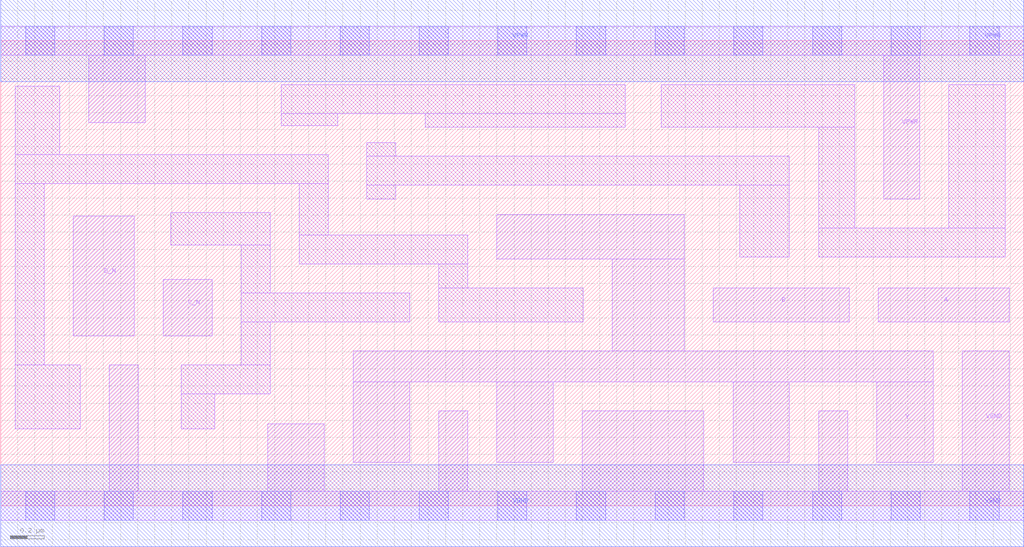
<source format=lef>
# Copyright 2020 The SkyWater PDK Authors
#
# Licensed under the Apache License, Version 2.0 (the "License");
# you may not use this file except in compliance with the License.
# You may obtain a copy of the License at
#
#     https://www.apache.org/licenses/LICENSE-2.0
#
# Unless required by applicable law or agreed to in writing, software
# distributed under the License is distributed on an "AS IS" BASIS,
# WITHOUT WARRANTIES OR CONDITIONS OF ANY KIND, either express or implied.
# See the License for the specific language governing permissions and
# limitations under the License.
#
# SPDX-License-Identifier: Apache-2.0

VERSION 5.7 ;
  NAMESCASESENSITIVE ON ;
  NOWIREEXTENSIONATPIN ON ;
  DIVIDERCHAR "/" ;
  BUSBITCHARS "[]" ;
UNITS
  DATABASE MICRONS 200 ;
END UNITS
MACRO sky130_fd_sc_hd__nor4bb_2
  CLASS CORE ;
  SOURCE USER ;
  FOREIGN sky130_fd_sc_hd__nor4bb_2 ;
  ORIGIN  0.000000  0.000000 ;
  SIZE  5.980000 BY  2.720000 ;
  SYMMETRY X Y R90 ;
  SITE unithd ;
  PIN A
    ANTENNAGATEAREA  0.495000 ;
    DIRECTION INPUT ;
    USE SIGNAL ;
    PORT
      LAYER li1 ;
        RECT 5.130000 1.075000 5.895000 1.275000 ;
    END
  END A
  PIN B
    ANTENNAGATEAREA  0.495000 ;
    DIRECTION INPUT ;
    USE SIGNAL ;
    PORT
      LAYER li1 ;
        RECT 4.165000 1.075000 4.960000 1.275000 ;
    END
  END B
  PIN C_N
    ANTENNAGATEAREA  0.126000 ;
    DIRECTION INPUT ;
    USE SIGNAL ;
    PORT
      LAYER li1 ;
        RECT 0.950000 0.995000 1.235000 1.325000 ;
    END
  END C_N
  PIN D_N
    ANTENNAGATEAREA  0.126000 ;
    DIRECTION INPUT ;
    USE SIGNAL ;
    PORT
      LAYER li1 ;
        RECT 0.425000 0.995000 0.780000 1.695000 ;
    END
  END D_N
  PIN Y
    ANTENNADIFFAREA  0.972000 ;
    DIRECTION OUTPUT ;
    USE SIGNAL ;
    PORT
      LAYER li1 ;
        RECT 2.060000 0.255000 2.390000 0.725000 ;
        RECT 2.060000 0.725000 5.450000 0.905000 ;
        RECT 2.900000 0.255000 3.230000 0.725000 ;
        RECT 2.900000 1.445000 3.995000 1.705000 ;
        RECT 3.575000 0.905000 3.995000 1.445000 ;
        RECT 4.280000 0.255000 4.610000 0.725000 ;
        RECT 5.120000 0.255000 5.450000 0.725000 ;
    END
  END Y
  PIN VGND
    DIRECTION INOUT ;
    SHAPE ABUTMENT ;
    USE GROUND ;
    PORT
      LAYER li1 ;
        RECT 0.000000 -0.085000 5.980000 0.085000 ;
        RECT 0.635000  0.085000 0.805000 0.825000 ;
        RECT 1.560000  0.085000 1.890000 0.480000 ;
        RECT 2.560000  0.085000 2.730000 0.555000 ;
        RECT 3.400000  0.085000 4.110000 0.555000 ;
        RECT 4.780000  0.085000 4.950000 0.555000 ;
        RECT 5.620000  0.085000 5.895000 0.905000 ;
      LAYER mcon ;
        RECT 0.145000 -0.085000 0.315000 0.085000 ;
        RECT 0.605000 -0.085000 0.775000 0.085000 ;
        RECT 1.065000 -0.085000 1.235000 0.085000 ;
        RECT 1.525000 -0.085000 1.695000 0.085000 ;
        RECT 1.985000 -0.085000 2.155000 0.085000 ;
        RECT 2.445000 -0.085000 2.615000 0.085000 ;
        RECT 2.905000 -0.085000 3.075000 0.085000 ;
        RECT 3.365000 -0.085000 3.535000 0.085000 ;
        RECT 3.825000 -0.085000 3.995000 0.085000 ;
        RECT 4.285000 -0.085000 4.455000 0.085000 ;
        RECT 4.745000 -0.085000 4.915000 0.085000 ;
        RECT 5.205000 -0.085000 5.375000 0.085000 ;
        RECT 5.665000 -0.085000 5.835000 0.085000 ;
      LAYER met1 ;
        RECT 0.000000 -0.240000 5.980000 0.240000 ;
    END
  END VGND
  PIN VPWR
    DIRECTION INOUT ;
    SHAPE ABUTMENT ;
    USE POWER ;
    PORT
      LAYER li1 ;
        RECT 0.000000 2.635000 5.980000 2.805000 ;
        RECT 0.515000 2.240000 0.845000 2.635000 ;
        RECT 5.160000 1.795000 5.370000 2.635000 ;
      LAYER mcon ;
        RECT 0.145000 2.635000 0.315000 2.805000 ;
        RECT 0.605000 2.635000 0.775000 2.805000 ;
        RECT 1.065000 2.635000 1.235000 2.805000 ;
        RECT 1.525000 2.635000 1.695000 2.805000 ;
        RECT 1.985000 2.635000 2.155000 2.805000 ;
        RECT 2.445000 2.635000 2.615000 2.805000 ;
        RECT 2.905000 2.635000 3.075000 2.805000 ;
        RECT 3.365000 2.635000 3.535000 2.805000 ;
        RECT 3.825000 2.635000 3.995000 2.805000 ;
        RECT 4.285000 2.635000 4.455000 2.805000 ;
        RECT 4.745000 2.635000 4.915000 2.805000 ;
        RECT 5.205000 2.635000 5.375000 2.805000 ;
        RECT 5.665000 2.635000 5.835000 2.805000 ;
      LAYER met1 ;
        RECT 0.000000 2.480000 5.980000 2.960000 ;
    END
  END VPWR
  OBS
    LAYER li1 ;
      RECT 0.085000 0.450000 0.465000 0.825000 ;
      RECT 0.085000 0.825000 0.255000 1.885000 ;
      RECT 0.085000 1.885000 1.915000 2.055000 ;
      RECT 0.085000 2.055000 0.345000 2.455000 ;
      RECT 0.995000 1.525000 1.575000 1.715000 ;
      RECT 1.055000 0.450000 1.250000 0.655000 ;
      RECT 1.055000 0.655000 1.575000 0.825000 ;
      RECT 1.405000 0.825000 1.575000 1.075000 ;
      RECT 1.405000 1.075000 2.390000 1.245000 ;
      RECT 1.405000 1.245000 1.575000 1.525000 ;
      RECT 1.640000 2.225000 1.970000 2.295000 ;
      RECT 1.640000 2.295000 3.650000 2.465000 ;
      RECT 1.745000 1.415000 2.730000 1.585000 ;
      RECT 1.745000 1.585000 1.915000 1.885000 ;
      RECT 2.140000 1.795000 2.310000 1.875000 ;
      RECT 2.140000 1.875000 4.610000 2.045000 ;
      RECT 2.140000 2.045000 2.310000 2.125000 ;
      RECT 2.480000 2.215000 3.650000 2.295000 ;
      RECT 2.560000 1.075000 3.405000 1.275000 ;
      RECT 2.560000 1.275000 2.730000 1.415000 ;
      RECT 3.860000 2.215000 4.990000 2.465000 ;
      RECT 4.320000 1.455000 4.610000 1.875000 ;
      RECT 4.780000 1.455000 5.870000 1.625000 ;
      RECT 4.780000 1.625000 4.990000 2.215000 ;
      RECT 5.540000 1.625000 5.870000 2.465000 ;
  END
END sky130_fd_sc_hd__nor4bb_2

</source>
